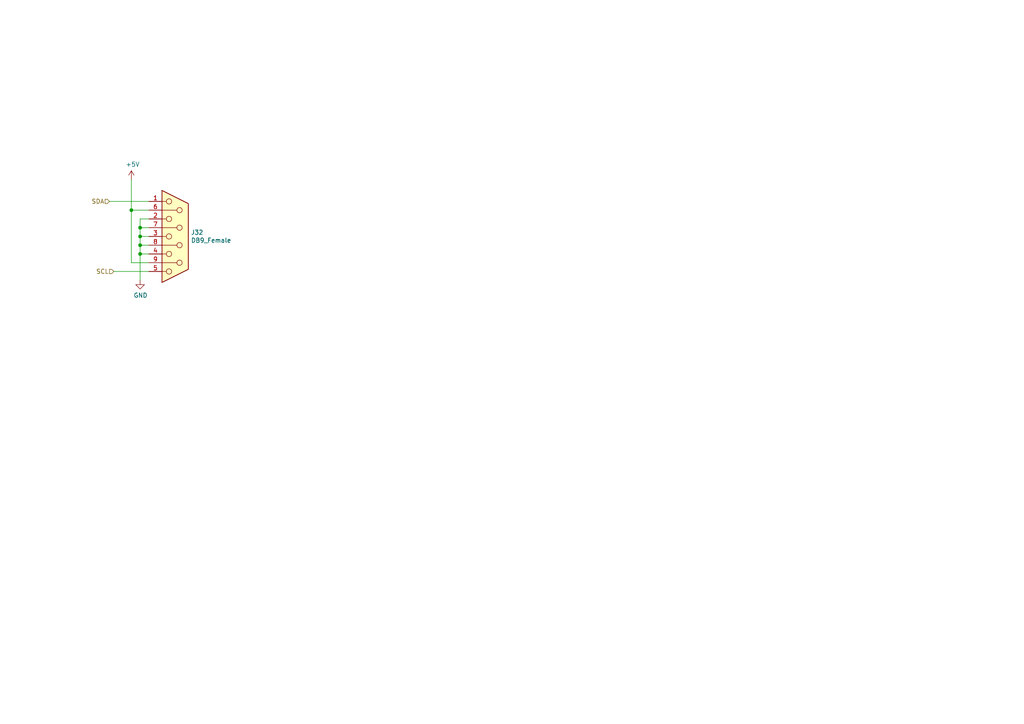
<source format=kicad_sch>
(kicad_sch (version 20211123) (generator eeschema)

  (uuid 5fba7ff8-02f1-4ac0-93c4-5bd7becbcf63)

  (paper "A4")

  (lib_symbols
    (symbol "Connector:DB9_Female" (pin_names (offset 1.016) hide) (in_bom yes) (on_board yes)
      (property "Reference" "J" (id 0) (at 0 13.97 0)
        (effects (font (size 1.27 1.27)))
      )
      (property "Value" "DB9_Female" (id 1) (at 0 -14.605 0)
        (effects (font (size 1.27 1.27)))
      )
      (property "Footprint" "" (id 2) (at 0 0 0)
        (effects (font (size 1.27 1.27)) hide)
      )
      (property "Datasheet" " ~" (id 3) (at 0 0 0)
        (effects (font (size 1.27 1.27)) hide)
      )
      (property "ki_keywords" "connector female D-SUB" (id 4) (at 0 0 0)
        (effects (font (size 1.27 1.27)) hide)
      )
      (property "ki_description" "9-pin female D-SUB connector" (id 5) (at 0 0 0)
        (effects (font (size 1.27 1.27)) hide)
      )
      (property "ki_fp_filters" "DSUB*Female*" (id 6) (at 0 0 0)
        (effects (font (size 1.27 1.27)) hide)
      )
      (symbol "DB9_Female_0_1"
        (circle (center -1.778 -10.16) (radius 0.762)
          (stroke (width 0) (type default) (color 0 0 0 0))
          (fill (type none))
        )
        (circle (center -1.778 -5.08) (radius 0.762)
          (stroke (width 0) (type default) (color 0 0 0 0))
          (fill (type none))
        )
        (circle (center -1.778 0) (radius 0.762)
          (stroke (width 0) (type default) (color 0 0 0 0))
          (fill (type none))
        )
        (circle (center -1.778 5.08) (radius 0.762)
          (stroke (width 0) (type default) (color 0 0 0 0))
          (fill (type none))
        )
        (circle (center -1.778 10.16) (radius 0.762)
          (stroke (width 0) (type default) (color 0 0 0 0))
          (fill (type none))
        )
        (polyline
          (pts
            (xy -3.81 -10.16)
            (xy -2.54 -10.16)
          )
          (stroke (width 0) (type default) (color 0 0 0 0))
          (fill (type none))
        )
        (polyline
          (pts
            (xy -3.81 -7.62)
            (xy 0.508 -7.62)
          )
          (stroke (width 0) (type default) (color 0 0 0 0))
          (fill (type none))
        )
        (polyline
          (pts
            (xy -3.81 -5.08)
            (xy -2.54 -5.08)
          )
          (stroke (width 0) (type default) (color 0 0 0 0))
          (fill (type none))
        )
        (polyline
          (pts
            (xy -3.81 -2.54)
            (xy 0.508 -2.54)
          )
          (stroke (width 0) (type default) (color 0 0 0 0))
          (fill (type none))
        )
        (polyline
          (pts
            (xy -3.81 0)
            (xy -2.54 0)
          )
          (stroke (width 0) (type default) (color 0 0 0 0))
          (fill (type none))
        )
        (polyline
          (pts
            (xy -3.81 2.54)
            (xy 0.508 2.54)
          )
          (stroke (width 0) (type default) (color 0 0 0 0))
          (fill (type none))
        )
        (polyline
          (pts
            (xy -3.81 5.08)
            (xy -2.54 5.08)
          )
          (stroke (width 0) (type default) (color 0 0 0 0))
          (fill (type none))
        )
        (polyline
          (pts
            (xy -3.81 7.62)
            (xy 0.508 7.62)
          )
          (stroke (width 0) (type default) (color 0 0 0 0))
          (fill (type none))
        )
        (polyline
          (pts
            (xy -3.81 10.16)
            (xy -2.54 10.16)
          )
          (stroke (width 0) (type default) (color 0 0 0 0))
          (fill (type none))
        )
        (polyline
          (pts
            (xy -3.81 13.335)
            (xy -3.81 -13.335)
            (xy 3.81 -9.525)
            (xy 3.81 9.525)
            (xy -3.81 13.335)
          )
          (stroke (width 0.254) (type default) (color 0 0 0 0))
          (fill (type background))
        )
        (circle (center 1.27 -7.62) (radius 0.762)
          (stroke (width 0) (type default) (color 0 0 0 0))
          (fill (type none))
        )
        (circle (center 1.27 -2.54) (radius 0.762)
          (stroke (width 0) (type default) (color 0 0 0 0))
          (fill (type none))
        )
        (circle (center 1.27 2.54) (radius 0.762)
          (stroke (width 0) (type default) (color 0 0 0 0))
          (fill (type none))
        )
        (circle (center 1.27 7.62) (radius 0.762)
          (stroke (width 0) (type default) (color 0 0 0 0))
          (fill (type none))
        )
      )
      (symbol "DB9_Female_1_1"
        (pin passive line (at -7.62 10.16 0) (length 3.81)
          (name "1" (effects (font (size 1.27 1.27))))
          (number "1" (effects (font (size 1.27 1.27))))
        )
        (pin passive line (at -7.62 5.08 0) (length 3.81)
          (name "2" (effects (font (size 1.27 1.27))))
          (number "2" (effects (font (size 1.27 1.27))))
        )
        (pin passive line (at -7.62 0 0) (length 3.81)
          (name "3" (effects (font (size 1.27 1.27))))
          (number "3" (effects (font (size 1.27 1.27))))
        )
        (pin passive line (at -7.62 -5.08 0) (length 3.81)
          (name "4" (effects (font (size 1.27 1.27))))
          (number "4" (effects (font (size 1.27 1.27))))
        )
        (pin passive line (at -7.62 -10.16 0) (length 3.81)
          (name "5" (effects (font (size 1.27 1.27))))
          (number "5" (effects (font (size 1.27 1.27))))
        )
        (pin passive line (at -7.62 7.62 0) (length 3.81)
          (name "6" (effects (font (size 1.27 1.27))))
          (number "6" (effects (font (size 1.27 1.27))))
        )
        (pin passive line (at -7.62 2.54 0) (length 3.81)
          (name "7" (effects (font (size 1.27 1.27))))
          (number "7" (effects (font (size 1.27 1.27))))
        )
        (pin passive line (at -7.62 -2.54 0) (length 3.81)
          (name "8" (effects (font (size 1.27 1.27))))
          (number "8" (effects (font (size 1.27 1.27))))
        )
        (pin passive line (at -7.62 -7.62 0) (length 3.81)
          (name "9" (effects (font (size 1.27 1.27))))
          (number "9" (effects (font (size 1.27 1.27))))
        )
      )
    )
    (symbol "power:+5V" (power) (pin_names (offset 0)) (in_bom yes) (on_board yes)
      (property "Reference" "#PWR" (id 0) (at 0 -3.81 0)
        (effects (font (size 1.27 1.27)) hide)
      )
      (property "Value" "+5V" (id 1) (at 0 3.556 0)
        (effects (font (size 1.27 1.27)))
      )
      (property "Footprint" "" (id 2) (at 0 0 0)
        (effects (font (size 1.27 1.27)) hide)
      )
      (property "Datasheet" "" (id 3) (at 0 0 0)
        (effects (font (size 1.27 1.27)) hide)
      )
      (property "ki_keywords" "power-flag" (id 4) (at 0 0 0)
        (effects (font (size 1.27 1.27)) hide)
      )
      (property "ki_description" "Power symbol creates a global label with name \"+5V\"" (id 5) (at 0 0 0)
        (effects (font (size 1.27 1.27)) hide)
      )
      (symbol "+5V_0_1"
        (polyline
          (pts
            (xy -0.762 1.27)
            (xy 0 2.54)
          )
          (stroke (width 0) (type default) (color 0 0 0 0))
          (fill (type none))
        )
        (polyline
          (pts
            (xy 0 0)
            (xy 0 2.54)
          )
          (stroke (width 0) (type default) (color 0 0 0 0))
          (fill (type none))
        )
        (polyline
          (pts
            (xy 0 2.54)
            (xy 0.762 1.27)
          )
          (stroke (width 0) (type default) (color 0 0 0 0))
          (fill (type none))
        )
      )
      (symbol "+5V_1_1"
        (pin power_in line (at 0 0 90) (length 0) hide
          (name "+5V" (effects (font (size 1.27 1.27))))
          (number "1" (effects (font (size 1.27 1.27))))
        )
      )
    )
    (symbol "power:GND" (power) (pin_names (offset 0)) (in_bom yes) (on_board yes)
      (property "Reference" "#PWR" (id 0) (at 0 -6.35 0)
        (effects (font (size 1.27 1.27)) hide)
      )
      (property "Value" "GND" (id 1) (at 0 -3.81 0)
        (effects (font (size 1.27 1.27)))
      )
      (property "Footprint" "" (id 2) (at 0 0 0)
        (effects (font (size 1.27 1.27)) hide)
      )
      (property "Datasheet" "" (id 3) (at 0 0 0)
        (effects (font (size 1.27 1.27)) hide)
      )
      (property "ki_keywords" "power-flag" (id 4) (at 0 0 0)
        (effects (font (size 1.27 1.27)) hide)
      )
      (property "ki_description" "Power symbol creates a global label with name \"GND\" , ground" (id 5) (at 0 0 0)
        (effects (font (size 1.27 1.27)) hide)
      )
      (symbol "GND_0_1"
        (polyline
          (pts
            (xy 0 0)
            (xy 0 -1.27)
            (xy 1.27 -1.27)
            (xy 0 -2.54)
            (xy -1.27 -1.27)
            (xy 0 -1.27)
          )
          (stroke (width 0) (type default) (color 0 0 0 0))
          (fill (type none))
        )
      )
      (symbol "GND_1_1"
        (pin power_in line (at 0 0 270) (length 0) hide
          (name "GND" (effects (font (size 1.27 1.27))))
          (number "1" (effects (font (size 1.27 1.27))))
        )
      )
    )
  )

  (junction (at 38.1 60.96) (diameter 0) (color 0 0 0 0)
    (uuid 47957453-fce7-4d98-833c-e34bb8a852a5)
  )
  (junction (at 40.64 71.12) (diameter 0) (color 0 0 0 0)
    (uuid 5160b3d5-0622-412f-84ed-9900be82a5a6)
  )
  (junction (at 40.64 66.04) (diameter 0) (color 0 0 0 0)
    (uuid 7e90deb5-aef9-4d2b-a440-4cb0dbfaaa93)
  )
  (junction (at 40.64 73.66) (diameter 0) (color 0 0 0 0)
    (uuid d33c6077-a8ec-48ca-b0e0-97f3539ef54c)
  )
  (junction (at 40.64 68.58) (diameter 0) (color 0 0 0 0)
    (uuid fe431a80-868e-482d-aa91-c96eb8387d6a)
  )

  (wire (pts (xy 31.75 58.42) (xy 43.18 58.42))
    (stroke (width 0) (type default) (color 0 0 0 0))
    (uuid 0b43a8fb-b3d3-4444-a4b0-cf952c07dcfe)
  )
  (wire (pts (xy 38.1 52.07) (xy 38.1 60.96))
    (stroke (width 0) (type default) (color 0 0 0 0))
    (uuid 2ba21493-929b-4122-ac0f-7aeaf8602cef)
  )
  (wire (pts (xy 38.1 76.2) (xy 43.18 76.2))
    (stroke (width 0) (type default) (color 0 0 0 0))
    (uuid 3388a811-b444-4ecc-a564-b22a1b731ab4)
  )
  (wire (pts (xy 43.18 73.66) (xy 40.64 73.66))
    (stroke (width 0) (type default) (color 0 0 0 0))
    (uuid 60960af7-b938-44a8-82b5-e9c36f2e6817)
  )
  (wire (pts (xy 40.64 63.5) (xy 40.64 66.04))
    (stroke (width 0) (type default) (color 0 0 0 0))
    (uuid 617498ce-8469-4f4b-9f2b-09a2437561eb)
  )
  (wire (pts (xy 43.18 60.96) (xy 38.1 60.96))
    (stroke (width 0) (type default) (color 0 0 0 0))
    (uuid 73a6ec8e-8641-4014-be28-4611d398be32)
  )
  (wire (pts (xy 40.64 66.04) (xy 40.64 68.58))
    (stroke (width 0) (type default) (color 0 0 0 0))
    (uuid 87a32952-c8e5-40ba-af1d-1a8829a6c906)
  )
  (wire (pts (xy 38.1 60.96) (xy 38.1 76.2))
    (stroke (width 0) (type default) (color 0 0 0 0))
    (uuid 8aa8d47e-f495-4049-8ac9-7f2ac3205412)
  )
  (wire (pts (xy 40.64 68.58) (xy 43.18 68.58))
    (stroke (width 0) (type default) (color 0 0 0 0))
    (uuid a8a389df-8d18-4e17-a74f-f60d5d77371e)
  )
  (wire (pts (xy 40.64 68.58) (xy 40.64 71.12))
    (stroke (width 0) (type default) (color 0 0 0 0))
    (uuid aa0e7fe7-e9c2-477f-bcb2-53a1ebd9e3a6)
  )
  (wire (pts (xy 43.18 66.04) (xy 40.64 66.04))
    (stroke (width 0) (type default) (color 0 0 0 0))
    (uuid abe3c03e-744a-4406-8e50-6a10745f0c43)
  )
  (wire (pts (xy 40.64 71.12) (xy 40.64 73.66))
    (stroke (width 0) (type default) (color 0 0 0 0))
    (uuid af7ed34f-31b5-4744-97e9-29e5f4d85343)
  )
  (wire (pts (xy 43.18 71.12) (xy 40.64 71.12))
    (stroke (width 0) (type default) (color 0 0 0 0))
    (uuid cfcae4a3-5d05-48fe-9a5f-9dcd4da4bd65)
  )
  (wire (pts (xy 40.64 73.66) (xy 40.64 81.28))
    (stroke (width 0) (type default) (color 0 0 0 0))
    (uuid e1c71a89-4e45-4a56-a6ef-342af5f92d5c)
  )
  (wire (pts (xy 33.02 78.74) (xy 43.18 78.74))
    (stroke (width 0) (type default) (color 0 0 0 0))
    (uuid e20929e2-2c15-4a75-b1ed-9caa9bd27df7)
  )
  (wire (pts (xy 40.64 63.5) (xy 43.18 63.5))
    (stroke (width 0) (type default) (color 0 0 0 0))
    (uuid faa605d9-8c1c-4d31-b7c1-3dc31a22eb34)
  )

  (hierarchical_label "SCL" (shape input) (at 33.02 78.74 180)
    (effects (font (size 1.27 1.27)) (justify right))
    (uuid 3dbc1b14-20e2-4dcb-8347-d33c13d3f0e0)
  )
  (hierarchical_label "SDA" (shape input) (at 31.75 58.42 180)
    (effects (font (size 1.27 1.27)) (justify right))
    (uuid 4b534cd1-c414-4029-9164-e46766faf60e)
  )

  (symbol (lib_id "Connector:DB9_Female") (at 50.8 68.58 0) (unit 1)
    (in_bom yes) (on_board yes)
    (uuid 00000000-0000-0000-0000-0000618472b0)
    (property "Reference" "J32" (id 0) (at 55.372 67.4116 0)
      (effects (font (size 1.27 1.27)) (justify left))
    )
    (property "Value" "DB9_Female" (id 1) (at 55.372 69.723 0)
      (effects (font (size 1.27 1.27)) (justify left))
    )
    (property "Footprint" "Connector_Dsub:DSUB-9_Female_Vertical_P2.77x2.84mm_MountingHoles" (id 2) (at 50.8 68.58 0)
      (effects (font (size 1.27 1.27)) hide)
    )
    (property "Datasheet" " ~" (id 3) (at 50.8 68.58 0)
      (effects (font (size 1.27 1.27)) hide)
    )
    (pin "1" (uuid 330b4c82-0cac-4a77-9a92-c018cc180d57))
    (pin "2" (uuid 8f95376e-2dd4-4d7d-82e6-be09ffffccad))
    (pin "3" (uuid db105ea5-5179-4200-8e64-dd494617b83c))
    (pin "4" (uuid fc58a4b4-8e59-46ac-a33e-f444593d267c))
    (pin "5" (uuid 4dc9ce86-ace2-4dc7-ae00-6a125aae2896))
    (pin "6" (uuid d97f631b-5833-4ccf-8103-f29354ed346f))
    (pin "7" (uuid 02b1a6c0-fa2c-4375-9f7f-94b51c87cd72))
    (pin "8" (uuid 946022c5-e695-43d9-80f5-2959764ce9d2))
    (pin "9" (uuid 7b958aa8-8aef-432e-9366-8f94413d9a51))
  )

  (symbol (lib_id "power:GND") (at 40.64 81.28 0) (unit 1)
    (in_bom yes) (on_board yes)
    (uuid 00000000-0000-0000-0000-00006184831e)
    (property "Reference" "#PWR0108" (id 0) (at 40.64 87.63 0)
      (effects (font (size 1.27 1.27)) hide)
    )
    (property "Value" "GND" (id 1) (at 40.767 85.6742 0))
    (property "Footprint" "" (id 2) (at 40.64 81.28 0)
      (effects (font (size 1.27 1.27)) hide)
    )
    (property "Datasheet" "" (id 3) (at 40.64 81.28 0)
      (effects (font (size 1.27 1.27)) hide)
    )
    (pin "1" (uuid c13a074c-4ce9-4dcb-971a-ac25ebc5aeb0))
  )

  (symbol (lib_id "power:+5V") (at 38.1 52.07 0) (unit 1)
    (in_bom yes) (on_board yes)
    (uuid 00000000-0000-0000-0000-000061848f08)
    (property "Reference" "#PWR0109" (id 0) (at 38.1 55.88 0)
      (effects (font (size 1.27 1.27)) hide)
    )
    (property "Value" "+5V" (id 1) (at 38.481 47.6758 0))
    (property "Footprint" "" (id 2) (at 38.1 52.07 0)
      (effects (font (size 1.27 1.27)) hide)
    )
    (property "Datasheet" "" (id 3) (at 38.1 52.07 0)
      (effects (font (size 1.27 1.27)) hide)
    )
    (pin "1" (uuid 7048d53d-c19b-4bfb-b593-97043dc857cb))
  )
)

</source>
